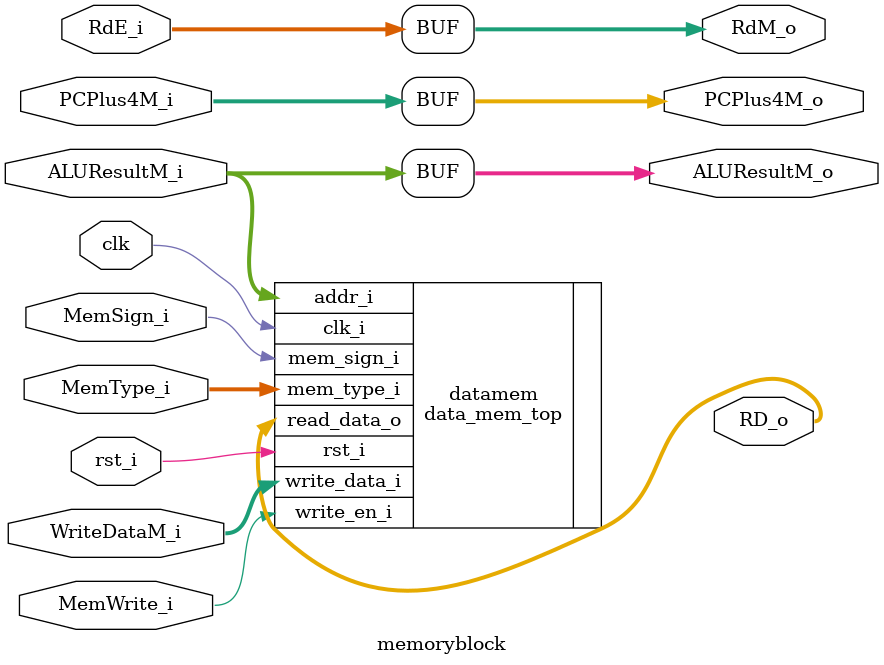
<source format=sv>
module memoryblock #(
    parameter DATA_WIDTH = 32
) (
    input logic [DATA_WIDTH-1:0]    ALUResultM_i,
    input logic [DATA_WIDTH-1:0]    WriteDataM_i,
    input logic [DATA_WIDTH-1:0]    PCPlus4M_i,
    input logic                     MemWrite_i,
    input logic                     clk,
    input logic                     rst_i, // Added reset input
    input logic [1:0]               MemType_i,
    input logic                     MemSign_i,
    input logic [4:0]               RdE_i,

    output logic [DATA_WIDTH-1:0] ALUResultM_o,
    output logic [DATA_WIDTH-1:0] RD_o,
    output logic [DATA_WIDTH-1:0] PCPlus4M_o,
    output logic [4:0]            RdM_o
);

    data_mem_top datamem(
        .write_en_i(MemWrite_i),
        .clk_i(clk),
        .rst_i(rst_i),          // Connected reset
        .mem_type_i(MemType_i), 
        .mem_sign_i(MemSign_i), 
        .write_data_i(WriteDataM_i),
        .addr_i(ALUResultM_i),
        .read_data_o(RD_o)
    );

    assign ALUResultM_o = ALUResultM_i; 
    assign PCPlus4M_o = PCPlus4M_i;
    assign RdM_o = RdE_i;


endmodule

</source>
